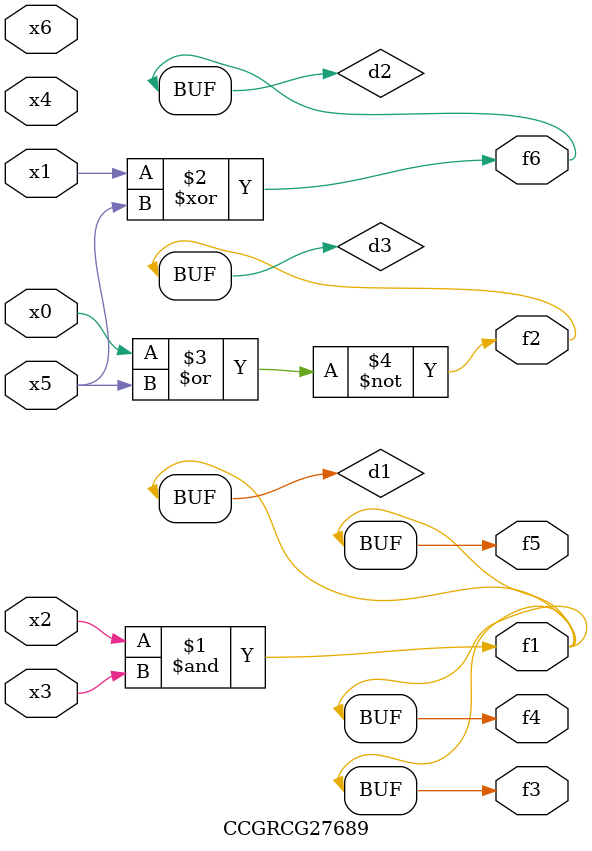
<source format=v>
module CCGRCG27689(
	input x0, x1, x2, x3, x4, x5, x6,
	output f1, f2, f3, f4, f5, f6
);

	wire d1, d2, d3;

	and (d1, x2, x3);
	xor (d2, x1, x5);
	nor (d3, x0, x5);
	assign f1 = d1;
	assign f2 = d3;
	assign f3 = d1;
	assign f4 = d1;
	assign f5 = d1;
	assign f6 = d2;
endmodule

</source>
